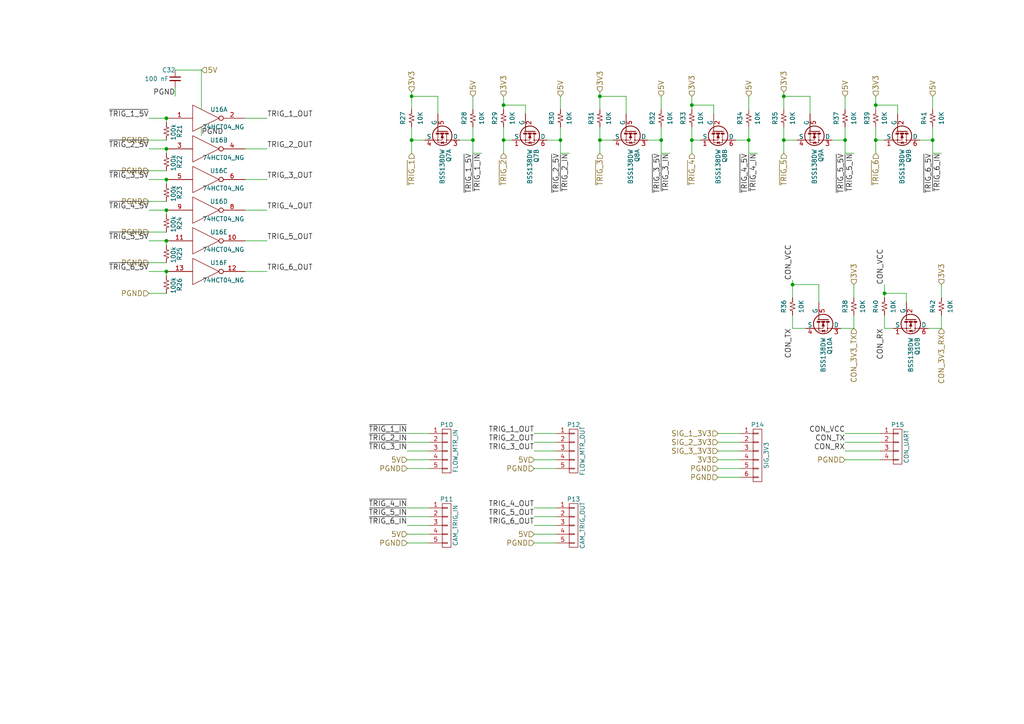
<source format=kicad_sch>
(kicad_sch (version 20230121) (generator eeschema)
  (paper "A4")
  (lib_symbols
    (symbol "SPC-UW-MOD1-rescue:74HCT04_NG" (pin_names (offset 0.762))
      (property "Reference" "U" (at 3.81 2.54 0))
      (property "Value" "74HCT04_NG" (at 5.08 -2.54 0))
      (symbol "74HCT04_NG_0_0"
        (polyline (pts (xy -3.81 3.81) (xy -3.81 -3.81) (xy 3.81 0) (xy -3.81 3.81)))
        (pin input line (at -1.27 2.54 270) (length 0) hide (name "VCC") (number "14"))
        (pin input line (at -1.27 -2.54 90) (length 0) hide (name "GND") (number "7"))
      )
      (symbol "74HCT04_NG_1_1"
        (pin input line (at -11.43 0 0) (length 7.62) (name "~") (number "1"))
        (pin output inverted (at 11.43 0 180) (length 7.62) (name "~") (number "2"))
      )
      (symbol "74HCT04_NG_1_2"
        (pin input inverted (at -11.43 0 0) (length 7.62) (name "~") (number "1"))
        (pin output line (at 11.43 0 180) (length 7.62) (name "~") (number "2"))
      )
      (symbol "74HCT04_NG_2_1"
        (pin input line (at -11.43 0 0) (length 7.62) (name "~") (number "3"))
        (pin output inverted (at 11.43 0 180) (length 7.62) (name "~") (number "4"))
      )
      (symbol "74HCT04_NG_2_2"
        (pin input inverted (at -11.43 0 0) (length 7.62) (name "~") (number "3"))
        (pin output line (at 11.43 0 180) (length 7.62) (name "~") (number "4"))
      )
      (symbol "74HCT04_NG_3_1"
        (pin input line (at -11.43 0 0) (length 7.62) (name "~") (number "5"))
        (pin output inverted (at 11.43 0 180) (length 7.62) (name "~") (number "6"))
      )
      (symbol "74HCT04_NG_3_2"
        (pin input inverted (at -11.43 0 0) (length 7.62) (name "~") (number "5"))
        (pin output line (at 11.43 0 180) (length 7.62) (name "~") (number "6"))
      )
      (symbol "74HCT04_NG_4_1"
        (pin output inverted (at 11.43 0 180) (length 7.62) (name "~") (number "8"))
        (pin input line (at -11.43 0 0) (length 7.62) (name "~") (number "9"))
      )
      (symbol "74HCT04_NG_4_2"
        (pin output line (at 11.43 0 180) (length 7.62) (name "~") (number "8"))
        (pin input inverted (at -11.43 0 0) (length 7.62) (name "~") (number "9"))
      )
      (symbol "74HCT04_NG_5_1"
        (pin output inverted (at 11.43 0 180) (length 7.62) (name "~") (number "10"))
        (pin input line (at -11.43 0 0) (length 7.62) (name "~") (number "11"))
      )
      (symbol "74HCT04_NG_5_2"
        (pin output line (at 11.43 0 180) (length 7.62) (name "~") (number "10"))
        (pin input inverted (at -11.43 0 0) (length 7.62) (name "~") (number "11"))
      )
      (symbol "74HCT04_NG_6_1"
        (pin output inverted (at 11.43 0 180) (length 7.62) (name "~") (number "12"))
        (pin input line (at -11.43 0 0) (length 7.62) (name "~") (number "13"))
      )
      (symbol "74HCT04_NG_6_2"
        (pin output line (at 11.43 0 180) (length 7.62) (name "~") (number "12"))
        (pin input inverted (at -11.43 0 0) (length 7.62) (name "~") (number "13"))
      )
    )
    (symbol "SPC-UW-MOD1-rescue:BSS138DW" (pin_names (offset 0))
      (property "Reference" "Q" (at 5.08 1.905 0))
      (property "Value" "BSS138DW" (at 5.08 0 0))
      (property "Footprint" "SOT-23" (at 5.08 -1.905 0))
      (symbol "BSS138DW_0_1"
        (polyline (pts (xy 0.635 -1.016) (xy 0.635 -1.651)) (stroke (width 0.508)))
        (polyline (pts (xy 0.635 0.381) (xy 0.635 -0.381)) (stroke (width 0.508)))
        (polyline (pts (xy 0.635 1.651) (xy 0.635 1.016)) (stroke (width 0.508)))
        (polyline (pts (xy 3.048 0.381) (xy 2.921 0.254)))
        (polyline (pts (xy 3.048 0.381) (xy 3.556 0.381)))
        (polyline (pts (xy 3.556 0.381) (xy 3.683 0.508)))
        (polyline (pts (xy 0 1.524) (xy 0 -1.524) (xy 0 -1.524)) (stroke (width 0.254)))
        (polyline (pts (xy 0.762 -1.27) (xy 2.54 -1.27) (xy 2.54 -2.54) (xy 2.54 -2.54)))
        (polyline (pts (xy 0.762 1.27) (xy 2.54 1.27) (xy 2.54 2.54) (xy 2.54 2.54)))
        (polyline (pts (xy 2.54 1.27) (xy 3.302 1.27) (xy 3.302 -1.27) (xy 2.54 -1.27)))
        (polyline (pts (xy 3.302 0.381) (xy 3.048 -0.254) (xy 3.556 -0.254) (xy 3.302 0.381)) (fill (type outline)))
        (polyline (pts (xy 0.762 0) (xy 1.27 0) (xy 2.54 0) (xy 2.54 -1.27) (xy 2.54 -1.27)))
        (polyline (pts (xy 0.889 0) (xy 1.905 0.381) (xy 1.905 -0.381) (xy 0.889 0) (xy 1.016 0) (xy 1.016 0)) (fill (type outline)))
        (circle (center 1.27 0) (radius 2.8194) (stroke (width 0.254)))
        (circle (center 2.54 -1.27) (radius 0.127))
        (circle (center 2.54 1.27) (radius 0.127))
      )
      (symbol "BSS138DW_1_1"
        (pin passive line (at 2.54 5.08 270) (length 2.54) (name "D") (number "3"))
        (pin passive line (at 2.54 -5.08 90) (length 2.54) (name "S") (number "4"))
        (pin passive line (at -5.08 -1.27 0) (length 5.08) (name "G") (number "5"))
      )
      (symbol "BSS138DW_2_1"
        (pin passive line (at 2.54 -5.08 90) (length 2.54) (name "S") (number "1"))
        (pin passive line (at -5.08 -1.27 0) (length 5.08) (name "G") (number "2"))
        (pin passive line (at 2.54 5.08 270) (length 2.54) (name "D") (number "6"))
      )
    )
    (symbol "SPC-UW-MOD1-rescue:CONN_01X04" (pin_names (offset 1.016) hide)
      (property "Reference" "J" (at 0 6.35 0))
      (property "Value" "CONN_01X04" (at 2.54 0 90))
      (symbol "CONN_01X04_0_1"
        (rectangle (start -1.27 -3.683) (end 0.254 -3.937))
        (rectangle (start -1.27 -1.143) (end 0.254 -1.397))
        (rectangle (start -1.27 1.397) (end 0.254 1.143))
        (rectangle (start -1.27 3.937) (end 0.254 3.683))
        (rectangle (start -1.27 5.08) (end 1.27 -5.08))
      )
      (symbol "CONN_01X04_1_1"
        (pin passive line (at -5.08 3.81 0) (length 3.81) (name "P1") (number "1"))
        (pin passive line (at -5.08 1.27 0) (length 3.81) (name "P2") (number "2"))
        (pin passive line (at -5.08 -1.27 0) (length 3.81) (name "P3") (number "3"))
        (pin passive line (at -5.08 -3.81 0) (length 3.81) (name "P4") (number "4"))
      )
    )
    (symbol "SPC-UW-MOD1-rescue:CONN_01X05" (pin_names (offset 1.016) hide)
      (property "Reference" "J" (at 0 7.62 0))
      (property "Value" "CONN_01X05" (at 2.54 0 90))
      (symbol "CONN_01X05_0_1"
        (rectangle (start -1.27 -4.953) (end 0.254 -5.207))
        (rectangle (start -1.27 -2.413) (end 0.254 -2.667))
        (rectangle (start -1.27 0.127) (end 0.254 -0.127))
        (rectangle (start -1.27 2.667) (end 0.254 2.413))
        (rectangle (start -1.27 5.207) (end 0.254 4.953))
        (rectangle (start -1.27 6.35) (end 1.27 -6.35))
      )
      (symbol "CONN_01X05_1_1"
        (pin passive line (at -5.08 5.08 0) (length 3.81) (name "P1") (number "1"))
        (pin passive line (at -5.08 2.54 0) (length 3.81) (name "P2") (number "2"))
        (pin passive line (at -5.08 0 0) (length 3.81) (name "P3") (number "3"))
        (pin passive line (at -5.08 -2.54 0) (length 3.81) (name "P4") (number "4"))
        (pin passive line (at -5.08 -5.08 0) (length 3.81) (name "P5") (number "5"))
      )
    )
    (symbol "SPC-UW-MOD1-rescue:CONN_01X06" (pin_names (offset 1.016) hide)
      (property "Reference" "J" (at 0 8.89 0))
      (property "Value" "CONN_01X06" (at 2.54 0 90))
      (symbol "CONN_01X06_0_1"
        (rectangle (start -1.27 -6.223) (end 0.254 -6.477))
        (rectangle (start -1.27 -3.683) (end 0.254 -3.937))
        (rectangle (start -1.27 -1.143) (end 0.254 -1.397))
        (rectangle (start -1.27 1.397) (end 0.254 1.143))
        (rectangle (start -1.27 3.937) (end 0.254 3.683))
        (rectangle (start -1.27 6.477) (end 0.254 6.223))
        (rectangle (start -1.27 7.62) (end 1.27 -7.62))
      )
      (symbol "CONN_01X06_1_1"
        (pin passive line (at -5.08 6.35 0) (length 3.81) (name "P1") (number "1"))
        (pin passive line (at -5.08 3.81 0) (length 3.81) (name "P2") (number "2"))
        (pin passive line (at -5.08 1.27 0) (length 3.81) (name "P3") (number "3"))
        (pin passive line (at -5.08 -1.27 0) (length 3.81) (name "P4") (number "4"))
        (pin passive line (at -5.08 -3.81 0) (length 3.81) (name "P5") (number "5"))
        (pin passive line (at -5.08 -6.35 0) (length 3.81) (name "P6") (number "6"))
      )
    )
    (symbol "SPC-UW-MOD1-rescue:C_Small" (pin_numbers hide) (pin_names (offset 0.254) hide)
      (property "Reference" "C" (at 0.254 1.778 0))
      (property "Value" "C_Small" (at 0.254 -2.032 0))
      (symbol "C_Small_0_1"
        (polyline (pts (xy -1.524 -0.508) (xy 1.524 -0.508)) (stroke (width 0.3302)))
        (polyline (pts (xy -1.524 0.508) (xy 1.524 0.508)) (stroke (width 0.3048)))
      )
      (symbol "C_Small_1_1"
        (pin passive line (at 0 2.54 270) (length 2.032) (name "~") (number "1"))
        (pin passive line (at 0 -2.54 90) (length 2.032) (name "~") (number "2"))
      )
    )
    (symbol "SPC-UW-MOD1-rescue:Resistor_small" (pin_numbers hide) (pin_names (offset 0))
      (property "Reference" "R" (at 2.032 0 90))
      (property "Value" "Resistor_small" (at -2.032 0.254 90))
      (symbol "Resistor_small_0_1"
        (polyline (pts (xy 0 1.27) (xy -0.762 1.016) (xy 0.762 0.508) (xy -0.762 0) (xy 0.762 -0.508) (xy -0.762 -1.016) (xy 0 -1.27)))
      )
      (symbol "Resistor_small_1_1"
        (pin passive line (at 0 2.54 270) (length 1.27) (name "~") (number "1"))
        (pin passive line (at 0 -2.54 90) (length 1.27) (name "~") (number "2"))
      )
    )
  )
  (junction (at 227.33 27.94))
  (junction (at 48.26 69.85))
  (junction (at 48.26 60.96))
  (junction (at 119.38 40.64))
  (junction (at 217.17 40.64))
  (junction (at 173.99 40.64))
  (junction (at 200.66 40.64))
  (junction (at 256.54 85.09))
  (junction (at 245.11 40.64))
  (junction (at 270.51 40.64))
  (junction (at 119.38 27.94))
  (junction (at 146.05 30.48))
  (junction (at 200.66 30.48))
  (junction (at 48.26 34.29))
  (junction (at 137.16 40.64))
  (junction (at 229.87 82.55))
  (junction (at 162.56 40.64))
  (junction (at 146.05 40.64))
  (junction (at 227.33 40.64))
  (junction (at 191.77 40.64))
  (junction (at 48.26 52.07))
  (junction (at 48.26 78.74))
  (junction (at 254 40.64))
  (junction (at 48.26 43.18))
  (junction (at 173.99 27.94))
  (junction (at 254 30.48))
  (wire (pts (xy 270.51 36.83) (xy 270.51 40.64)))
  (wire (pts (xy 137.16 40.64) (xy 137.16 44.45)))
  (wire (pts (xy 43.18 43.18) (xy 48.26 43.18)))
  (wire (pts (xy 245.11 44.45) (xy 247.65 44.45)))
  (wire (pts (xy 191.77 40.64) (xy 187.96 40.64)))
  (wire (pts (xy 48.26 58.42) (xy 43.18 58.42)))
  (wire (pts (xy 119.38 36.83) (xy 119.38 40.64)))
  (wire (pts (xy 254 30.48) (xy 254 31.75)))
  (wire (pts (xy 137.16 40.64) (xy 133.35 40.64)))
  (wire (pts (xy 270.51 27.94) (xy 270.51 31.75)))
  (wire (pts (xy 124.46 149.86) (xy 118.11 149.86)))
  (wire (pts (xy 234.95 27.94) (xy 234.95 33.02)))
  (wire (pts (xy 118.11 157.48) (xy 124.46 157.48)))
  (wire (pts (xy 247.65 82.55) (xy 247.65 86.36)))
  (wire (pts (xy 255.27 125.73) (xy 245.11 125.73)))
  (wire (pts (xy 137.16 44.45) (xy 139.7 44.45)))
  (wire (pts (xy 245.11 128.27) (xy 255.27 128.27)))
  (wire (pts (xy 161.29 154.94) (xy 154.94 154.94)))
  (wire (pts (xy 270.51 44.45) (xy 273.05 44.45)))
  (wire (pts (xy 162.56 40.64) (xy 162.56 44.45)))
  (wire (pts (xy 217.17 40.64) (xy 217.17 44.45)))
  (wire (pts (xy 247.65 91.44) (xy 247.65 95.25)))
  (wire (pts (xy 260.35 30.48) (xy 260.35 33.02)))
  (wire (pts (xy 254 40.64) (xy 256.54 40.64)))
  (wire (pts (xy 256.54 85.09) (xy 256.54 86.36)))
  (wire (pts (xy 200.66 40.64) (xy 200.66 44.45)))
  (wire (pts (xy 214.63 133.35) (xy 208.28 133.35)))
  (wire (pts (xy 208.28 138.43) (xy 214.63 138.43)))
  (wire (pts (xy 48.26 78.74) (xy 48.26 80.01)))
  (wire (pts (xy 181.61 27.94) (xy 181.61 33.02)))
  (wire (pts (xy 200.66 27.94) (xy 200.66 30.48)))
  (wire (pts (xy 162.56 36.83) (xy 162.56 40.64)))
  (wire (pts (xy 227.33 36.83) (xy 227.33 40.64)))
  (wire (pts (xy 137.16 36.83) (xy 137.16 40.64)))
  (wire (pts (xy 214.63 128.27) (xy 208.28 128.27)))
  (wire (pts (xy 43.18 60.96) (xy 48.26 60.96)))
  (wire (pts (xy 229.87 81.28) (xy 229.87 82.55)))
  (wire (pts (xy 58.42 31.75) (xy 58.42 20.32)))
  (wire (pts (xy 217.17 36.83) (xy 217.17 40.64)))
  (wire (pts (xy 146.05 40.64) (xy 148.59 40.64)))
  (wire (pts (xy 119.38 27.94) (xy 127 27.94)))
  (wire (pts (xy 256.54 95.25) (xy 259.08 95.25)))
  (wire (pts (xy 48.26 52.07) (xy 43.18 52.07)))
  (wire (pts (xy 256.54 91.44) (xy 256.54 95.25)))
  (wire (pts (xy 127 27.94) (xy 127 33.02)))
  (wire (pts (xy 227.33 26.67) (xy 227.33 27.94)))
  (wire (pts (xy 48.26 69.85) (xy 43.18 69.85)))
  (wire (pts (xy 43.18 34.29) (xy 48.26 34.29)))
  (wire (pts (xy 146.05 27.94) (xy 146.05 30.48)))
  (wire (pts (xy 245.11 40.64) (xy 241.3 40.64)))
  (wire (pts (xy 217.17 44.45) (xy 219.71 44.45)))
  (wire (pts (xy 119.38 27.94) (xy 119.38 31.75)))
  (wire (pts (xy 229.87 82.55) (xy 229.87 86.36)))
  (wire (pts (xy 119.38 26.67) (xy 119.38 27.94)))
  (wire (pts (xy 173.99 36.83) (xy 173.99 40.64)))
  (wire (pts (xy 154.94 128.27) (xy 161.29 128.27)))
  (wire (pts (xy 43.18 78.74) (xy 48.26 78.74)))
  (wire (pts (xy 48.26 40.64) (xy 43.18 40.64)))
  (wire (pts (xy 227.33 40.64) (xy 227.33 44.45)))
  (wire (pts (xy 161.29 130.81) (xy 154.94 130.81)))
  (wire (pts (xy 266.7 40.64) (xy 270.51 40.64)))
  (wire (pts (xy 173.99 27.94) (xy 181.61 27.94)))
  (wire (pts (xy 254 36.83) (xy 254 40.64)))
  (wire (pts (xy 254 30.48) (xy 260.35 30.48)))
  (wire (pts (xy 208.28 130.81) (xy 214.63 130.81)))
  (wire (pts (xy 173.99 40.64) (xy 177.8 40.64)))
  (wire (pts (xy 270.51 40.64) (xy 270.51 44.45)))
  (wire (pts (xy 77.47 43.18) (xy 71.12 43.18)))
  (wire (pts (xy 214.63 135.89) (xy 208.28 135.89)))
  (wire (pts (xy 191.77 44.45) (xy 194.31 44.45)))
  (wire (pts (xy 154.94 135.89) (xy 161.29 135.89)))
  (wire (pts (xy 200.66 40.64) (xy 203.2 40.64)))
  (wire (pts (xy 124.46 154.94) (xy 118.11 154.94)))
  (wire (pts (xy 191.77 36.83) (xy 191.77 40.64)))
  (wire (pts (xy 161.29 125.73) (xy 154.94 125.73)))
  (wire (pts (xy 48.26 43.18) (xy 48.26 44.45)))
  (wire (pts (xy 273.05 95.25) (xy 273.05 91.44)))
  (wire (pts (xy 200.66 36.83) (xy 200.66 40.64)))
  (wire (pts (xy 71.12 34.29) (xy 77.47 34.29)))
  (wire (pts (xy 173.99 27.94) (xy 173.99 31.75)))
  (wire (pts (xy 154.94 157.48) (xy 161.29 157.48)))
  (wire (pts (xy 217.17 27.94) (xy 217.17 31.75)))
  (wire (pts (xy 48.26 76.2) (xy 43.18 76.2)))
  (wire (pts (xy 77.47 60.96) (xy 71.12 60.96)))
  (wire (pts (xy 161.29 133.35) (xy 154.94 133.35)))
  (wire (pts (xy 71.12 52.07) (xy 77.47 52.07)))
  (wire (pts (xy 118.11 135.89) (xy 124.46 135.89)))
  (wire (pts (xy 191.77 27.94) (xy 191.77 31.75)))
  (wire (pts (xy 208.28 125.73) (xy 214.63 125.73)))
  (wire (pts (xy 118.11 128.27) (xy 124.46 128.27)))
  (wire (pts (xy 162.56 40.64) (xy 158.75 40.64)))
  (wire (pts (xy 247.65 95.25) (xy 243.84 95.25)))
  (wire (pts (xy 237.49 82.55) (xy 237.49 87.63)))
  (wire (pts (xy 229.87 91.44) (xy 229.87 95.25)))
  (wire (pts (xy 137.16 27.94) (xy 137.16 31.75)))
  (wire (pts (xy 48.26 85.09) (xy 43.18 85.09)))
  (wire (pts (xy 256.54 82.55) (xy 256.54 85.09)))
  (wire (pts (xy 124.46 133.35) (xy 118.11 133.35)))
  (wire (pts (xy 48.26 34.29) (xy 48.26 35.56)))
  (wire (pts (xy 256.54 85.09) (xy 262.89 85.09)))
  (wire (pts (xy 50.8 25.4) (xy 50.8 27.94)))
  (wire (pts (xy 77.47 78.74) (xy 71.12 78.74)))
  (wire (pts (xy 200.66 30.48) (xy 207.01 30.48)))
  (wire (pts (xy 146.05 36.83) (xy 146.05 40.64)))
  (wire (pts (xy 229.87 95.25) (xy 233.68 95.25)))
  (wire (pts (xy 227.33 27.94) (xy 234.95 27.94)))
  (wire (pts (xy 254 40.64) (xy 254 44.45)))
  (wire (pts (xy 227.33 40.64) (xy 231.14 40.64)))
  (wire (pts (xy 71.12 69.85) (xy 77.47 69.85)))
  (wire (pts (xy 118.11 147.32) (xy 124.46 147.32)))
  (wire (pts (xy 58.42 39.37) (xy 58.42 36.83)))
  (wire (pts (xy 229.87 82.55) (xy 237.49 82.55)))
  (wire (pts (xy 162.56 27.94) (xy 162.56 31.75)))
  (wire (pts (xy 48.26 60.96) (xy 48.26 62.23)))
  (wire (pts (xy 227.33 27.94) (xy 227.33 31.75)))
  (wire (pts (xy 254 27.94) (xy 254 30.48)))
  (wire (pts (xy 124.46 125.73) (xy 118.11 125.73)))
  (wire (pts (xy 119.38 40.64) (xy 119.38 44.45)))
  (wire (pts (xy 273.05 82.55) (xy 273.05 86.36)))
  (wire (pts (xy 146.05 40.64) (xy 146.05 44.45)))
  (wire (pts (xy 245.11 27.94) (xy 245.11 31.75)))
  (wire (pts (xy 154.94 147.32) (xy 161.29 147.32)))
  (wire (pts (xy 262.89 85.09) (xy 262.89 87.63)))
  (wire (pts (xy 146.05 30.48) (xy 152.4 30.48)))
  (wire (pts (xy 162.56 44.45) (xy 165.1 44.45)))
  (wire (pts (xy 173.99 26.67) (xy 173.99 27.94)))
  (wire (pts (xy 245.11 40.64) (xy 245.11 44.45)))
  (wire (pts (xy 48.26 69.85) (xy 48.26 71.12)))
  (wire (pts (xy 152.4 30.48) (xy 152.4 33.02)))
  (wire (pts (xy 161.29 149.86) (xy 154.94 149.86)))
  (wire (pts (xy 200.66 30.48) (xy 200.66 31.75)))
  (wire (pts (xy 146.05 30.48) (xy 146.05 31.75)))
  (wire (pts (xy 119.38 40.64) (xy 123.19 40.64)))
  (wire (pts (xy 273.05 95.25) (xy 269.24 95.25)))
  (wire (pts (xy 48.26 67.31) (xy 43.18 67.31)))
  (wire (pts (xy 118.11 152.4) (xy 124.46 152.4)))
  (wire (pts (xy 173.99 40.64) (xy 173.99 44.45)))
  (wire (pts (xy 191.77 40.64) (xy 191.77 44.45)))
  (wire (pts (xy 48.26 49.53) (xy 43.18 49.53)))
  (wire (pts (xy 245.11 36.83) (xy 245.11 40.64)))
  (wire (pts (xy 255.27 133.35) (xy 245.11 133.35)))
  (wire (pts (xy 124.46 130.81) (xy 118.11 130.81)))
  (wire (pts (xy 154.94 152.4) (xy 161.29 152.4)))
  (wire (pts (xy 48.26 52.07) (xy 48.26 53.34)))
  (wire (pts (xy 58.42 20.32) (xy 50.8 20.32)))
  (wire (pts (xy 213.36 40.64) (xy 217.17 40.64)))
  (wire (pts (xy 207.01 30.48) (xy 207.01 33.02)))
  (wire (pts (xy 245.11 130.81) (xy 255.27 130.81)))
  (label "~{TRIG_1_IN}" (at 139.7 44.45 270) (effects (font (size 1.524 1.524))))
  (label "~{TRIG_3_5V}" (at 43.18 52.07 180) (effects (font (size 1.524 1.524))))
  (label "CON_TX" (at 245.11 128.27 180) (effects (font (size 1.524 1.524))))
  (label "~{TRIG_1_IN}" (at 118.11 125.73 180) (effects (font (size 1.524 1.524))))
  (label "~{TRIG_4_IN}" (at 219.71 44.45 270) (effects (font (size 1.524 1.524))))
  (label "~{TRIG_4_5V}" (at 217.17 44.45 270) (effects (font (size 1.524 1.524))))
  (label "~{TRIG_5_IN}" (at 247.65 44.45 270) (effects (font (size 1.524 1.524))))
  (label "~{TRIG_2_IN}" (at 118.11 128.27 180) (effects (font (size 1.524 1.524))))
  (label "~{TRIG_4_5V}" (at 43.18 60.96 180) (effects (font (size 1.524 1.524))))
  (label "TRIG_5_OUT" (at 77.47 69.85 0) (effects (font (size 1.524 1.524))))
  (label "~{TRIG_5_5V}" (at 43.18 69.85 180) (effects (font (size 1.524 1.524))))
  (label "TRIG_3_OUT" (at 77.47 52.07 0) (effects (font (size 1.524 1.524))))
  (label "TRIG_6_OUT" (at 154.94 152.4 180) (effects (font (size 1.524 1.524))))
  (label "PGND" (at 50.8 27.94 180) (effects (font (size 1.524 1.524))))
  (label "~{TRIG_3_IN}" (at 194.31 44.45 270) (effects (font (size 1.524 1.524))))
  (label "PGND" (at 58.42 39.37 0) (effects (font (size 1.524 1.524))))
  (label "TRIG_1_OUT" (at 77.47 34.29 0) (effects (font (size 1.524 1.524))))
  (label "~{TRIG_3_5V}" (at 191.77 44.45 270) (effects (font (size 1.524 1.524))))
  (label "~{TRIG_5_5V}" (at 245.11 44.45 270) (effects (font (size 1.524 1.524))))
  (label "TRIG_4_OUT" (at 77.47 60.96 0) (effects (font (size 1.524 1.524))))
  (label "~{TRIG_3_IN}" (at 118.11 130.81 180) (effects (font (size 1.524 1.524))))
  (label "TRIG_2_OUT" (at 77.47 43.18 0) (effects (font (size 1.524 1.524))))
  (label "TRIG_3_OUT" (at 154.94 130.81 180) (effects (font (size 1.524 1.524))))
  (label "CON_VCC" (at 245.11 125.73 180) (effects (font (size 1.524 1.524))))
  (label "~{TRIG_1_5V}" (at 137.16 44.45 270) (effects (font (size 1.524 1.524))))
  (label "CON_TX" (at 229.87 95.25 270) (effects (font (size 1.524 1.524))))
  (label "~{TRIG_6_IN}" (at 273.05 44.45 270) (effects (font (size 1.524 1.524))))
  (label "~{TRIG_6_5V}" (at 43.18 78.74 180) (effects (font (size 1.524 1.524))))
  (label "CON_RX" (at 256.54 95.25 270) (effects (font (size 1.524 1.524))))
  (label "~{TRIG_2_IN}" (at 165.1 44.45 270) (effects (font (size 1.524 1.524))))
  (label "~{TRIG_6_IN}" (at 118.11 152.4 180) (effects (font (size 1.524 1.524))))
  (label "CON_VCC" (at 256.54 82.55 90) (effects (font (size 1.524 1.524))))
  (label "~{TRIG_4_IN}" (at 118.11 147.32 180) (effects (font (size 1.524 1.524))))
  (label "~{TRIG_6_5V}" (at 270.51 44.45 270) (effects (font (size 1.524 1.524))))
  (label "TRIG_2_OUT" (at 154.94 128.27 180) (effects (font (size 1.524 1.524))))
  (label "TRIG_5_OUT" (at 154.94 149.86 180) (effects (font (size 1.524 1.524))))
  (label "CON_RX" (at 245.11 130.81 180) (effects (font (size 1.524 1.524))))
  (label "TRIG_1_OUT" (at 154.94 125.73 180) (effects (font (size 1.524 1.524))))
  (label "~{TRIG_2_5V}" (at 43.18 43.18 180) (effects (font (size 1.524 1.524))))
  (label "CON_VCC" (at 229.87 81.28 90) (effects (font (size 1.524 1.524))))
  (label "TRIG_6_OUT" (at 77.47 78.74 0) (effects (font (size 1.524 1.524))))
  (label "~{TRIG_2_5V}" (at 162.56 44.45 270) (effects (font (size 1.524 1.524))))
  (label "~{TRIG_1_5V}" (at 43.18 34.29 180) (effects (font (size 1.524 1.524))))
  (label "TRIG_4_OUT" (at 154.94 147.32 180) (effects (font (size 1.524 1.524))))
  (label "~{TRIG_5_IN}" (at 118.11 149.86 180) (effects (font (size 1.524 1.524))))
  (hierarchical_label "3V3" (shape input) (at 208.28 133.35 180) (effects (font (size 1.524 1.524))))
  (hierarchical_label "5V" (shape input) (at 245.11 27.94 90) (effects (font (size 1.524 1.524))))
  (hierarchical_label "SIG_1_3V3" (shape input) (at 208.28 125.73 180) (effects (font (size 1.524 1.524))))
  (hierarchical_label "PGND" (shape input) (at 118.11 157.48 180) (effects (font (size 1.524 1.524))))
  (hierarchical_label "3V3" (shape input) (at 200.66 27.94 90) (effects (font (size 1.524 1.524))))
  (hierarchical_label "SIG_2_3V3" (shape input) (at 208.28 128.27 180) (effects (font (size 1.524 1.524))))
  (hierarchical_label "PGND" (shape input) (at 43.18 49.53 180) (effects (font (size 1.524 1.524))))
  (hierarchical_label "CON_3V3_TX" (shape input) (at 247.65 95.25 270) (effects (font (size 1.524 1.524))))
  (hierarchical_label "5V" (shape input) (at 270.51 27.94 90) (effects (font (size 1.524 1.524))))
  (hierarchical_label "3V3" (shape input) (at 173.99 26.67 90) (effects (font (size 1.524 1.524))))
  (hierarchical_label "5V" (shape input) (at 162.56 27.94 90) (effects (font (size 1.524 1.524))))
  (hierarchical_label "PGND" (shape input) (at 118.11 135.89 180) (effects (font (size 1.524 1.524))))
  (hierarchical_label "~{TRIG_1}" (shape input) (at 119.38 44.45 270) (effects (font (size 1.524 1.524))))
  (hierarchical_label "3V3" (shape input) (at 247.65 82.55 90) (effects (font (size 1.524 1.524))))
  (hierarchical_label "3V3" (shape input) (at 227.33 26.67 90) (effects (font (size 1.524 1.524))))
  (hierarchical_label "PGND" (shape input) (at 208.28 135.89 180) (effects (font (size 1.524 1.524))))
  (hierarchical_label "5V" (shape input) (at 58.42 20.32 0) (effects (font (size 1.524 1.524))))
  (hierarchical_label "PGND" (shape input) (at 154.94 135.89 180) (effects (font (size 1.524 1.524))))
  (hierarchical_label "3V3" (shape input) (at 254 27.94 90) (effects (font (size 1.524 1.524))))
  (hierarchical_label "PGND" (shape input) (at 43.18 76.2 180) (effects (font (size 1.524 1.524))))
  (hierarchical_label "~{TRIG_6}" (shape input) (at 254 44.45 270) (effects (font (size 1.524 1.524))))
  (hierarchical_label "5V" (shape input) (at 118.11 133.35 180) (effects (font (size 1.524 1.524))))
  (hierarchical_label "~{TRIG_2}" (shape input) (at 146.05 44.45 270) (effects (font (size 1.524 1.524))))
  (hierarchical_label "PGND" (shape input) (at 43.18 85.09 180) (effects (font (size 1.524 1.524))))
  (hierarchical_label "~{TRIG_5}" (shape input) (at 227.33 44.45 270) (effects (font (size 1.524 1.524))))
  (hierarchical_label "5V" (shape input) (at 137.16 27.94 90) (effects (font (size 1.524 1.524))))
  (hierarchical_label "3V3" (shape input) (at 273.05 82.55 90) (effects (font (size 1.524 1.524))))
  (hierarchical_label "3V3" (shape input) (at 146.05 27.94 90) (effects (font (size 1.524 1.524))))
  (hierarchical_label "5V" (shape input) (at 154.94 133.35 180) (effects (font (size 1.524 1.524))))
  (hierarchical_label "PGND" (shape input) (at 154.94 157.48 180) (effects (font (size 1.524 1.524))))
  (hierarchical_label "PGND" (shape input) (at 245.11 133.35 180) (effects (font (size 1.524 1.524))))
  (hierarchical_label "5V" (shape input) (at 217.17 27.94 90) (effects (font (size 1.524 1.524))))
  (hierarchical_label "5V" (shape input) (at 154.94 154.94 180) (effects (font (size 1.524 1.524))))
  (hierarchical_label "5V" (shape input) (at 191.77 27.94 90) (effects (font (size 1.524 1.524))))
  (hierarchical_label "PGND" (shape input) (at 43.18 58.42 180) (effects (font (size 1.524 1.524))))
  (hierarchical_label "SIG_3_3V3" (shape input) (at 208.28 130.81 180) (effects (font (size 1.524 1.524))))
  (hierarchical_label "3V3" (shape input) (at 119.38 26.67 90) (effects (font (size 1.524 1.524))))
  (hierarchical_label "~{TRIG_3}" (shape input) (at 173.99 44.45 270) (effects (font (size 1.524 1.524))))
  (hierarchical_label "5V" (shape input) (at 118.11 154.94 180) (effects (font (size 1.524 1.524))))
  (hierarchical_label "PGND" (shape input) (at 43.18 67.31 180) (effects (font (size 1.524 1.524))))
  (hierarchical_label "PGND" (shape input) (at 208.28 138.43 180) (effects (font (size 1.524 1.524))))
  (hierarchical_label "PGND" (shape input) (at 43.18 40.64 180) (effects (font (size 1.524 1.524))))
  (hierarchical_label "CON_3V3_RX" (shape input) (at 273.05 95.25 270) (effects (font (size 1.524 1.524))))
  (hierarchical_label "~{TRIG_4}" (shape input) (at 200.66 44.45 270) (effects (font (size 1.524 1.524))))
  (symbol (lib_id "SPC-UW-MOD1-rescue:Resistor_small") (at 229.87 88.9 0) (unit 1)
    (property "Reference" "R36" (at 227.33 88.9 90))
    (property "Value" "10K" (at 232.41 88.9 90))
    (property "Footprint" "Resistors_SMD:R_0603" (effects hide))
    (property "Datasheet" "http://www.digikey.com/product-detail/en/vishay-beyschlag/MCT06030C1002FP500/MCT0603-10.0K-CFCT-ND/2607933" (effects hide))
  )
  (symbol (lib_id "SPC-UW-MOD1-rescue:Resistor_small") (at 247.65 88.9 0) (unit 1)
    (property "Reference" "R38" (at 245.11 88.9 90))
    (property "Value" "10K" (at 250.19 88.9 90))
    (property "Footprint" "Resistors_SMD:R_0603" (effects hide))
    (property "Datasheet" "http://www.digikey.com/product-detail/en/vishay-beyschlag/MCT06030C1002FP500/MCT0603-10.0K-CFCT-ND/2607933" (effects hide))
  )
  (symbol (lib_id "SPC-UW-MOD1-rescue:Resistor_small") (at 256.54 88.9 0) (unit 1)
    (property "Reference" "R40" (at 254 88.9 90))
    (property "Value" "10K" (at 259.08 88.9 90))
    (property "Footprint" "Resistors_SMD:R_0603" (effects hide))
    (property "Datasheet" "http://www.digikey.com/product-detail/en/vishay-beyschlag/MCT06030C1002FP500/MCT0603-10.0K-CFCT-ND/2607933" (effects hide))
  )
  (symbol (lib_id "SPC-UW-MOD1-rescue:Resistor_small") (at 273.05 88.9 0) (unit 1)
    (property "Reference" "R42" (at 270.51 88.9 90))
    (property "Value" "10K" (at 275.59 88.9 90))
    (property "Footprint" "Resistors_SMD:R_0603" (effects hide))
    (property "Datasheet" "http://www.digikey.com/product-detail/en/vishay-beyschlag/MCT06030C1002FP500/MCT0603-10.0K-CFCT-ND/2607933" (effects hide))
  )
  (symbol (lib_id "SPC-UW-MOD1-rescue:BSS138DW") (at 261.62 38.1 270) (unit 2)
    (property "Reference" "Q9" (at 263.525 43.18 0) (effects (justify left)))
    (property "Value" "BSS138DW" (at 261.62 43.18 0) (effects (justify left)))
    (property "Footprint" "TO_SOT_Packages_SMD:SOT-363_SC-70-6" (effects hide))
  )
  (symbol (lib_id "SPC-UW-MOD1-rescue:Resistor_small") (at 119.38 34.29 0) (unit 1)
    (property "Reference" "R27" (at 116.84 34.29 90))
    (property "Value" "10K" (at 121.92 34.29 90))
    (property "Footprint" "Resistors_SMD:R_0603" (effects hide))
    (property "Datasheet" "http://www.digikey.com/product-detail/en/vishay-beyschlag/MCT06030C1002FP500/MCT0603-10.0K-CFCT-ND/2607933" (effects hide))
  )
  (symbol (lib_id "SPC-UW-MOD1-rescue:Resistor_small") (at 137.16 34.29 0) (unit 1)
    (property "Reference" "R28" (at 134.62 34.29 90))
    (property "Value" "10K" (at 139.7 34.29 90))
    (property "Footprint" "Resistors_SMD:R_0603" (effects hide))
    (property "Datasheet" "http://www.digikey.com/product-detail/en/vishay-beyschlag/MCT06030C1002FP500/MCT0603-10.0K-CFCT-ND/2607933" (effects hide))
  )
  (symbol (lib_id "SPC-UW-MOD1-rescue:Resistor_small") (at 146.05 34.29 0) (unit 1)
    (property "Reference" "R29" (at 143.51 34.29 90))
    (property "Value" "10K" (at 148.59 34.29 90))
    (property "Footprint" "Resistors_SMD:R_0603" (effects hide))
    (property "Datasheet" "http://www.digikey.com/product-detail/en/vishay-beyschlag/MCT06030C1002FP500/MCT0603-10.0K-CFCT-ND/2607933" (effects hide))
  )
  (symbol (lib_id "SPC-UW-MOD1-rescue:Resistor_small") (at 162.56 34.29 0) (unit 1)
    (property "Reference" "R30" (at 160.02 34.29 90))
    (property "Value" "10K" (at 165.1 34.29 90))
    (property "Footprint" "Resistors_SMD:R_0603" (effects hide))
    (property "Datasheet" "http://www.digikey.com/product-detail/en/vishay-beyschlag/MCT06030C1002FP500/MCT0603-10.0K-CFCT-ND/2607933" (effects hide))
  )
  (symbol (lib_id "SPC-UW-MOD1-rescue:BSS138DW") (at 128.27 38.1 270) (unit 1)
    (property "Reference" "Q7" (at 130.175 43.18 0) (effects (justify left)))
    (property "Value" "BSS138DW" (at 128.27 43.18 0) (effects (justify left)))
    (property "Footprint" "TO_SOT_Packages_SMD:SOT-363_SC-70-6" (effects hide))
  )
  (symbol (lib_id "SPC-UW-MOD1-rescue:BSS138DW") (at 182.88 38.1 270) (unit 1)
    (property "Reference" "Q8" (at 184.785 43.18 0) (effects (justify left)))
    (property "Value" "BSS138DW" (at 182.88 43.18 0) (effects (justify left)))
    (property "Footprint" "TO_SOT_Packages_SMD:SOT-363_SC-70-6" (effects hide))
  )
  (symbol (lib_id "SPC-UW-MOD1-rescue:Resistor_small") (at 173.99 34.29 0) (unit 1)
    (property "Reference" "R31" (at 171.45 34.29 90))
    (property "Value" "10K" (at 176.53 34.29 90))
    (property "Footprint" "Resistors_SMD:R_0603" (effects hide))
    (property "Datasheet" "http://www.digikey.com/product-detail/en/vishay-beyschlag/MCT06030C1002FP500/MCT0603-10.0K-CFCT-ND/2607933" (effects hide))
  )
  (symbol (lib_id "SPC-UW-MOD1-rescue:Resistor_small") (at 191.77 34.29 0) (unit 1)
    (property "Reference" "R32" (at 189.23 34.29 90))
    (property "Value" "10K" (at 194.31 34.29 90))
    (property "Footprint" "Resistors_SMD:R_0603" (effects hide))
    (property "Datasheet" "http://www.digikey.com/product-detail/en/vishay-beyschlag/MCT06030C1002FP500/MCT0603-10.0K-CFCT-ND/2607933" (effects hide))
  )
  (symbol (lib_id "SPC-UW-MOD1-rescue:Resistor_small") (at 200.66 34.29 0) (unit 1)
    (property "Reference" "R33" (at 198.12 34.29 90))
    (property "Value" "10K" (at 203.2 34.29 90))
    (property "Footprint" "Resistors_SMD:R_0603" (effects hide))
    (property "Datasheet" "http://www.digikey.com/product-detail/en/vishay-beyschlag/MCT06030C1002FP500/MCT0603-10.0K-CFCT-ND/2607933" (effects hide))
  )
  (symbol (lib_id "SPC-UW-MOD1-rescue:Resistor_small") (at 217.17 34.29 0) (unit 1)
    (property "Reference" "R34" (at 214.63 34.29 90))
    (property "Value" "10K" (at 219.71 34.29 90))
    (property "Footprint" "Resistors_SMD:R_0603" (effects hide))
    (property "Datasheet" "http://www.digikey.com/product-detail/en/vishay-beyschlag/MCT06030C1002FP500/MCT0603-10.0K-CFCT-ND/2607933" (effects hide))
  )
  (symbol (lib_id "SPC-UW-MOD1-rescue:C_Small") (at 50.8 22.86 0) (unit 1)
    (property "Reference" "C32" (at 46.99 20.32 0) (effects (justify left)))
    (property "Value" "100 nF" (at 41.91 22.86 0) (effects (justify left)))
    (property "Footprint" "Capacitors_SMD:C_0603" (effects hide))
    (property "Datasheet" "http://www.digikey.com/product-detail/en/murata-electronics-north-america/GRM188R71H104KA93D/490-1519-1-ND/587854" (effects hide))
    (property "Part Number" "GRM188R71H104KA93D" (effects hide))
  )
  (symbol (lib_id "SPC-UW-MOD1-rescue:Resistor_small") (at 48.26 38.1 180) (unit 1)
    (property "Reference" "R21" (at 52.07 38.1 90))
    (property "Value" "100k" (at 50.292 38.354 90))
    (property "Footprint" "Resistors_SMD:R_0603" (effects hide))
    (property "Datasheet" "http://www.digikey.com/product-detail/en/vishay-beyschlag/MCT0603MD1003BP100/MCT0603-100K-MBCT-ND/2092146" (effects hide))
  )
  (symbol (lib_id "SPC-UW-MOD1-rescue:Resistor_small") (at 48.26 46.99 180) (unit 1)
    (property "Reference" "R22" (at 52.07 46.99 90))
    (property "Value" "100k" (at 50.292 47.244 90))
    (property "Footprint" "Resistors_SMD:R_0603" (effects hide))
    (property "Datasheet" "http://www.digikey.com/product-detail/en/vishay-beyschlag/MCT0603MD1003BP100/MCT0603-100K-MBCT-ND/2092146" (effects hide))
  )
  (symbol (lib_id "SPC-UW-MOD1-rescue:Resistor_small") (at 48.26 55.88 180) (unit 1)
    (property "Reference" "R23" (at 52.07 55.88 90))
    (property "Value" "100k" (at 50.292 56.134 90))
    (property "Footprint" "Resistors_SMD:R_0603" (effects hide))
    (property "Datasheet" "http://www.digikey.com/product-detail/en/vishay-beyschlag/MCT0603MD1003BP100/MCT0603-100K-MBCT-ND/2092146" (effects hide))
  )
  (symbol (lib_id "SPC-UW-MOD1-rescue:Resistor_small") (at 48.26 64.77 180) (unit 1)
    (property "Reference" "R24" (at 52.07 64.77 90))
    (property "Value" "100k" (at 50.292 65.024 90))
    (property "Footprint" "Resistors_SMD:R_0603" (effects hide))
    (property "Datasheet" "http://www.digikey.com/product-detail/en/vishay-beyschlag/MCT0603MD1003BP100/MCT0603-100K-MBCT-ND/2092146" (effects hide))
  )
  (symbol (lib_id "SPC-UW-MOD1-rescue:BSS138DW") (at 153.67 38.1 270) (unit 2)
    (property "Reference" "Q7" (at 155.575 43.18 0) (effects (justify left)))
    (property "Value" "BSS138DW" (at 153.67 43.18 0) (effects (justify left)))
    (property "Footprint" "TO_SOT_Packages_SMD:SOT-363_SC-70-6" (effects hide))
  )
  (symbol (lib_id "SPC-UW-MOD1-rescue:BSS138DW") (at 208.28 38.1 270) (unit 2)
    (property "Reference" "Q8" (at 210.185 43.18 0) (effects (justify left)))
    (property "Value" "BSS138DW" (at 208.28 43.18 0) (effects (justify left)))
    (property "Footprint" "TO_SOT_Packages_SMD:SOT-363_SC-70-6" (effects hide))
  )
  (symbol (lib_id "SPC-UW-MOD1-rescue:BSS138DW") (at 264.16 92.71 270) (unit 2)
    (property "Reference" "Q10" (at 266.065 97.79 0) (effects (justify left)))
    (property "Value" "BSS138DW" (at 264.16 97.79 0) (effects (justify left)))
    (property "Footprint" "TO_SOT_Packages_SMD:SOT-363_SC-70-6" (effects hide))
  )
  (symbol (lib_id "SPC-UW-MOD1-rescue:CONN_01X04") (at 260.35 129.54 0) (unit 1)
    (property "Reference" "P15" (at 260.35 123.19 0))
    (property "Value" "CON_UART" (at 262.89 129.54 90))
    (property "Footprint" "Connectors_Molex:Molex_NanoFit_2x02x2.50mm_Angled" (effects hide))
  )
  (symbol (lib_id "SPC-UW-MOD1-rescue:CONN_01X06") (at 219.71 132.08 0) (unit 1)
    (property "Reference" "P14" (at 219.71 123.19 0))
    (property "Value" "SIG_3V3" (at 222.25 132.08 90))
    (property "Footprint" "Connectors_Molex:Molex_NanoFit_2x03x2.50mm_Angled" (effects hide))
  )
  (symbol (lib_id "SPC-UW-MOD1-rescue:BSS138DW") (at 236.22 38.1 270) (unit 1)
    (property "Reference" "Q9" (at 238.125 43.18 0) (effects (justify left)))
    (property "Value" "BSS138DW" (at 236.22 43.18 0) (effects (justify left)))
    (property "Footprint" "TO_SOT_Packages_SMD:SOT-363_SC-70-6" (effects hide))
  )
  (symbol (lib_id "SPC-UW-MOD1-rescue:Resistor_small") (at 227.33 34.29 0) (unit 1)
    (property "Reference" "R35" (at 224.79 34.29 90))
    (property "Value" "10K" (at 229.87 34.29 90))
    (property "Footprint" "Resistors_SMD:R_0603" (effects hide))
    (property "Datasheet" "http://www.digikey.com/product-detail/en/vishay-beyschlag/MCT06030C1002FP500/MCT0603-10.0K-CFCT-ND/2607933" (effects hide))
  )
  (symbol (lib_id "SPC-UW-MOD1-rescue:Resistor_small") (at 245.11 34.29 0) (unit 1)
    (property "Reference" "R37" (at 242.57 34.29 90))
    (property "Value" "10K" (at 247.65 34.29 90))
    (property "Footprint" "Resistors_SMD:R_0603" (effects hide))
    (property "Datasheet" "http://www.digikey.com/product-detail/en/vishay-beyschlag/MCT06030C1002FP500/MCT0603-10.0K-CFCT-ND/2607933" (effects hide))
  )
  (symbol (lib_id "SPC-UW-MOD1-rescue:Resistor_small") (at 254 34.29 0) (unit 1)
    (property "Reference" "R39" (at 251.46 34.29 90))
    (property "Value" "10K" (at 256.54 34.29 90))
    (property "Footprint" "Resistors_SMD:R_0603" (effects hide))
    (property "Datasheet" "http://www.digikey.com/product-detail/en/vishay-beyschlag/MCT06030C1002FP500/MCT0603-10.0K-CFCT-ND/2607933" (effects hide))
  )
  (symbol (lib_id "SPC-UW-MOD1-rescue:Resistor_small") (at 270.51 34.29 0) (unit 1)
    (property "Reference" "R41" (at 267.97 34.29 90))
    (property "Value" "10K" (at 273.05 34.29 90))
    (property "Footprint" "Resistors_SMD:R_0603" (effects hide))
    (property "Datasheet" "http://www.digikey.com/product-detail/en/vishay-beyschlag/MCT06030C1002FP500/MCT0603-10.0K-CFCT-ND/2607933" (effects hide))
  )
  (symbol (lib_id "SPC-UW-MOD1-rescue:BSS138DW") (at 238.76 92.71 270) (unit 1)
    (property "Reference" "Q10" (at 240.665 97.79 0) (effects (justify left)))
    (property "Value" "BSS138DW" (at 238.76 97.79 0) (effects (justify left)))
    (property "Footprint" "TO_SOT_Packages_SMD:SOT-363_SC-70-6" (effects hide))
  )
  (symbol (lib_id "SPC-UW-MOD1-rescue:CONN_01X05") (at 166.37 130.81 0) (unit 1)
    (property "Reference" "P12" (at 166.37 123.19 0))
    (property "Value" "FLOW_MTR_OUT" (at 168.91 130.81 90))
    (property "Footprint" "Connectors_Molex:Molex_NanoFit_2x03x2.50mm_Angled" (effects hide))
  )
  (symbol (lib_id "SPC-UW-MOD1-rescue:CONN_01X05") (at 166.37 152.4 0) (unit 1)
    (property "Reference" "P13" (at 166.37 144.78 0))
    (property "Value" "CAM_TRIG_OUT" (at 168.91 152.4 90))
    (property "Footprint" "Connectors_Molex:Molex_NanoFit_2x03x2.50mm_Angled" (effects hide))
  )
  (symbol (lib_id "SPC-UW-MOD1-rescue:Resistor_small") (at 48.26 73.66 180) (unit 1)
    (property "Reference" "R25" (at 52.07 73.66 90))
    (property "Value" "100k" (at 50.292 73.914 90))
    (property "Footprint" "Resistors_SMD:R_0603" (effects hide))
    (property "Datasheet" "http://www.digikey.com/product-detail/en/vishay-beyschlag/MCT0603MD1003BP100/MCT0603-100K-MBCT-ND/2092146" (effects hide))
  )
  (symbol (lib_id "SPC-UW-MOD1-rescue:Resistor_small") (at 48.26 82.55 180) (unit 1)
    (property "Reference" "R26" (at 52.07 82.55 90))
    (property "Value" "100k" (at 50.292 82.804 90))
    (property "Footprint" "Resistors_SMD:R_0603" (effects hide))
    (property "Datasheet" "http://www.digikey.com/product-detail/en/vishay-beyschlag/MCT0603MD1003BP100/MCT0603-100K-MBCT-ND/2092146" (effects hide))
  )
  (symbol (lib_id "SPC-UW-MOD1-rescue:CONN_01X05") (at 129.54 130.81 0) (unit 1)
    (property "Reference" "P10" (at 129.54 123.19 0))
    (property "Value" "FLOW_MTR_IN" (at 132.08 130.81 90))
    (property "Footprint" "Connectors_Molex:Molex_NanoFit_2x03x2.50mm_Angled" (effects hide))
  )
  (symbol (lib_id "SPC-UW-MOD1-rescue:CONN_01X05") (at 129.54 152.4 0) (unit 1)
    (property "Reference" "P11" (at 129.54 144.78 0))
    (property "Value" "CAM_TRIG_IN" (at 132.08 152.4 90))
    (property "Footprint" "Connectors_Molex:Molex_NanoFit_2x03x2.50mm_Angled" (effects hide))
  )
  (symbol (lib_id "SPC-UW-MOD1-rescue:74HCT04_NG") (at 59.69 34.29 0) (unit 1)
    (property "Reference" "U16" (at 63.5 31.75 0))
    (property "Value" "74HCT04_NG" (at 64.77 36.83 0))
  )
  (symbol (lib_id "SPC-UW-MOD1-rescue:74HCT04_NG") (at 59.69 43.18 0) (unit 2)
    (property "Reference" "U16" (at 63.5 40.64 0))
    (property "Value" "74HCT04_NG" (at 64.77 45.72 0))
  )
  (symbol (lib_id "SPC-UW-MOD1-rescue:74HCT04_NG") (at 59.69 52.07 0) (unit 3)
    (property "Reference" "U16" (at 63.5 49.53 0))
    (property "Value" "74HCT04_NG" (at 64.77 54.61 0))
  )
  (symbol (lib_id "SPC-UW-MOD1-rescue:74HCT04_NG") (at 59.69 60.96 0) (unit 4)
    (property "Reference" "U16" (at 63.5 58.42 0))
    (property "Value" "74HCT04_NG" (at 64.77 63.5 0))
  )
  (symbol (lib_id "SPC-UW-MOD1-rescue:74HCT04_NG") (at 59.69 69.85 0) (unit 5)
    (property "Reference" "U16" (at 63.5 67.31 0))
    (property "Value" "74HCT04_NG" (at 64.77 72.39 0))
  )
  (symbol (lib_id "SPC-UW-MOD1-rescue:74HCT04_NG") (at 59.69 78.74 0) (unit 6)
    (property "Reference" "U16" (at 63.5 76.2 0))
    (property "Value" "74HCT04_NG" (at 64.77 81.28 0))
  )
)
</source>
